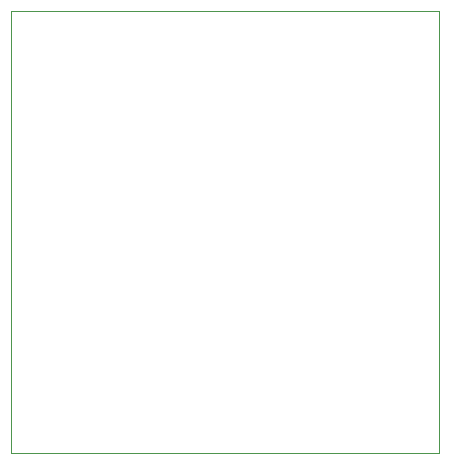
<source format=gbr>
%TF.GenerationSoftware,KiCad,Pcbnew,(5.1.8-0-10_14)*%
%TF.CreationDate,2021-03-11T09:37:04+11:00*%
%TF.ProjectId,Controller,436f6e74-726f-46c6-9c65-722e6b696361,rev?*%
%TF.SameCoordinates,Original*%
%TF.FileFunction,Profile,NP*%
%FSLAX46Y46*%
G04 Gerber Fmt 4.6, Leading zero omitted, Abs format (unit mm)*
G04 Created by KiCad (PCBNEW (5.1.8-0-10_14)) date 2021-03-11 09:37:04*
%MOMM*%
%LPD*%
G01*
G04 APERTURE LIST*
%TA.AperFunction,Profile*%
%ADD10C,0.050000*%
%TD*%
G04 APERTURE END LIST*
D10*
X127400000Y-112700000D02*
X127400000Y-75300000D01*
X127400000Y-75300000D02*
X163600000Y-75300000D01*
X163600000Y-75300000D02*
X163600000Y-112700000D01*
X163600000Y-112700000D02*
X127400000Y-112700000D01*
M02*

</source>
